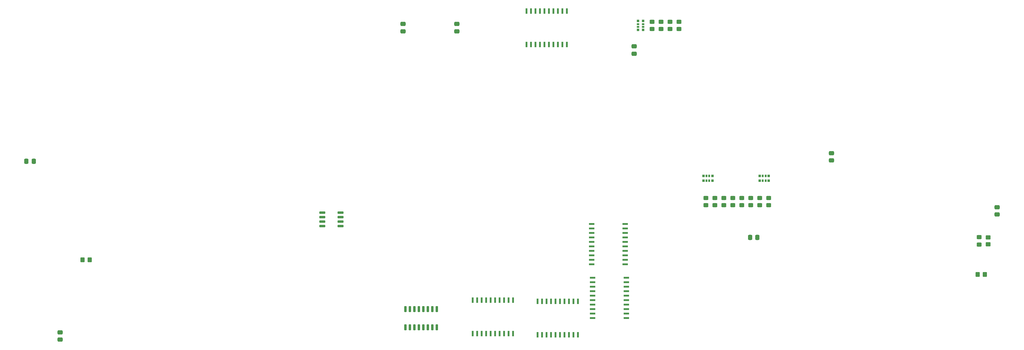
<source format=gbr>
%TF.GenerationSoftware,KiCad,Pcbnew,7.0.11+dfsg-1build4*%
%TF.CreationDate,2025-05-04T19:09:06+02:00*%
%TF.ProjectId,cpu_board_03,6370755f-626f-4617-9264-5f30332e6b69,rev?*%
%TF.SameCoordinates,Original*%
%TF.FileFunction,Paste,Top*%
%TF.FilePolarity,Positive*%
%FSLAX46Y46*%
G04 Gerber Fmt 4.6, Leading zero omitted, Abs format (unit mm)*
G04 Created by KiCad (PCBNEW 7.0.11+dfsg-1build4) date 2025-05-04 19:09:06*
%MOMM*%
%LPD*%
G01*
G04 APERTURE LIST*
G04 Aperture macros list*
%AMRoundRect*
0 Rectangle with rounded corners*
0 $1 Rounding radius*
0 $2 $3 $4 $5 $6 $7 $8 $9 X,Y pos of 4 corners*
0 Add a 4 corners polygon primitive as box body*
4,1,4,$2,$3,$4,$5,$6,$7,$8,$9,$2,$3,0*
0 Add four circle primitives for the rounded corners*
1,1,$1+$1,$2,$3*
1,1,$1+$1,$4,$5*
1,1,$1+$1,$6,$7*
1,1,$1+$1,$8,$9*
0 Add four rect primitives between the rounded corners*
20,1,$1+$1,$2,$3,$4,$5,0*
20,1,$1+$1,$4,$5,$6,$7,0*
20,1,$1+$1,$6,$7,$8,$9,0*
20,1,$1+$1,$8,$9,$2,$3,0*%
G04 Aperture macros list end*
%ADD10R,0.600000X1.500000*%
%ADD11R,1.500000X0.600000*%
%ADD12RoundRect,0.150000X0.150000X-0.725000X0.150000X0.725000X-0.150000X0.725000X-0.150000X-0.725000X0*%
%ADD13RoundRect,0.250000X0.450000X-0.325000X0.450000X0.325000X-0.450000X0.325000X-0.450000X-0.325000X0*%
%ADD14RoundRect,0.150000X-0.725000X-0.150000X0.725000X-0.150000X0.725000X0.150000X-0.725000X0.150000X0*%
%ADD15RoundRect,0.250000X0.475000X-0.337500X0.475000X0.337500X-0.475000X0.337500X-0.475000X-0.337500X0*%
%ADD16R,0.640000X0.700000*%
%ADD17R,0.500000X0.700000*%
%ADD18R,0.700000X0.640000*%
%ADD19R,0.700000X0.500000*%
%ADD20RoundRect,0.250000X0.337500X0.475000X-0.337500X0.475000X-0.337500X-0.475000X0.337500X-0.475000X0*%
%ADD21RoundRect,0.250000X-0.350000X-0.450000X0.350000X-0.450000X0.350000X0.450000X-0.350000X0.450000X0*%
%ADD22RoundRect,0.250000X0.350000X0.450000X-0.350000X0.450000X-0.350000X-0.450000X0.350000X-0.450000X0*%
%ADD23RoundRect,0.250000X-0.337500X-0.475000X0.337500X-0.475000X0.337500X0.475000X-0.337500X0.475000X0*%
%ADD24RoundRect,0.250000X-0.475000X0.337500X-0.475000X-0.337500X0.475000X-0.337500X0.475000X0.337500X0*%
%ADD25RoundRect,0.250000X-0.450000X0.350000X-0.450000X-0.350000X0.450000X-0.350000X0.450000X0.350000X0*%
G04 APERTURE END LIST*
D10*
%TO.C,U11*%
X90170000Y-81610000D03*
X91440000Y-81610000D03*
X92710000Y-81610000D03*
X93980000Y-81610000D03*
X95250000Y-81610000D03*
X96520000Y-81610000D03*
X97790000Y-81610000D03*
X99060000Y-81610000D03*
X100330000Y-81610000D03*
X101600000Y-81610000D03*
X101600000Y-91110000D03*
X100330000Y-91110000D03*
X99060000Y-91110000D03*
X97790000Y-91110000D03*
X96520000Y-91110000D03*
X95250000Y-91110000D03*
X93980000Y-91110000D03*
X92710000Y-91110000D03*
X91440000Y-91110000D03*
X90170000Y-91110000D03*
%TD*%
%TO.C,U10*%
X71755000Y-81280000D03*
X73025000Y-81280000D03*
X74295000Y-81280000D03*
X75565000Y-81280000D03*
X76835000Y-81280000D03*
X78105000Y-81280000D03*
X79375000Y-81280000D03*
X80645000Y-81280000D03*
X81915000Y-81280000D03*
X83185000Y-81280000D03*
X83185000Y-90780000D03*
X81915000Y-90780000D03*
X80645000Y-90780000D03*
X79375000Y-90780000D03*
X78105000Y-90780000D03*
X76835000Y-90780000D03*
X75565000Y-90780000D03*
X74295000Y-90780000D03*
X73025000Y-90780000D03*
X71755000Y-90780000D03*
%TD*%
D11*
%TO.C,U8*%
X115240000Y-74930000D03*
X115240000Y-76200000D03*
X115240000Y-77470000D03*
X115240000Y-78740000D03*
X115240000Y-80010000D03*
X115240000Y-81280000D03*
X115240000Y-82550000D03*
X115240000Y-83820000D03*
X115240000Y-85090000D03*
X115240000Y-86360000D03*
X105740000Y-86360000D03*
X105740000Y-85090000D03*
X105740000Y-83820000D03*
X105740000Y-82550000D03*
X105740000Y-81280000D03*
X105740000Y-80010000D03*
X105740000Y-78740000D03*
X105740000Y-77470000D03*
X105740000Y-76200000D03*
X105740000Y-74930000D03*
%TD*%
%TO.C,U6*%
X114935000Y-59690000D03*
X114935000Y-60960000D03*
X114935000Y-62230000D03*
X114935000Y-63500000D03*
X114935000Y-64770000D03*
X114935000Y-66040000D03*
X114935000Y-67310000D03*
X114935000Y-68580000D03*
X114935000Y-69850000D03*
X114935000Y-71120000D03*
X105435000Y-71120000D03*
X105435000Y-69850000D03*
X105435000Y-68580000D03*
X105435000Y-67310000D03*
X105435000Y-66040000D03*
X105435000Y-64770000D03*
X105435000Y-63500000D03*
X105435000Y-62230000D03*
X105435000Y-60960000D03*
X105435000Y-59690000D03*
%TD*%
D12*
%TO.C,U5*%
X52705000Y-88970000D03*
X53975000Y-88970000D03*
X55245000Y-88970000D03*
X56515000Y-88970000D03*
X57785000Y-88970000D03*
X59055000Y-88970000D03*
X60325000Y-88970000D03*
X61595000Y-88970000D03*
X61595000Y-83820000D03*
X60325000Y-83820000D03*
X59055000Y-83820000D03*
X57785000Y-83820000D03*
X56515000Y-83820000D03*
X55245000Y-83820000D03*
X53975000Y-83820000D03*
X52705000Y-83820000D03*
%TD*%
D10*
%TO.C,C3*%
X86995000Y-8792500D03*
X88265000Y-8792500D03*
X89535000Y-8792500D03*
X90805000Y-8792500D03*
X92075000Y-8792500D03*
X93345000Y-8792500D03*
X94615000Y-8792500D03*
X95885000Y-8792500D03*
X97155000Y-8792500D03*
X98425000Y-8792500D03*
X98425000Y707500D03*
X97155000Y707500D03*
X95885000Y707500D03*
X94615000Y707500D03*
X93345000Y707500D03*
X92075000Y707500D03*
X90805000Y707500D03*
X89535000Y707500D03*
X88265000Y707500D03*
X86995000Y707500D03*
%TD*%
D13*
%TO.C,D9*%
X122555000Y-2395000D03*
X122555000Y-4445000D03*
%TD*%
D14*
%TO.C,U9*%
X34360000Y-56515000D03*
X34360000Y-57785000D03*
X34360000Y-59055000D03*
X34360000Y-60325000D03*
X29210000Y-60325000D03*
X29210000Y-59055000D03*
X29210000Y-57785000D03*
X29210000Y-56515000D03*
%TD*%
D13*
%TO.C,D11*%
X127635000Y-2395000D03*
X127635000Y-4445000D03*
%TD*%
%TO.C,D6*%
X142875000Y-52315000D03*
X142875000Y-54365000D03*
%TD*%
D15*
%TO.C,C14*%
X173355000Y-39602500D03*
X173355000Y-41677500D03*
%TD*%
D16*
%TO.C,RN2*%
X139635000Y-47445000D03*
D17*
X138765000Y-47445000D03*
X137965000Y-47445000D03*
D16*
X137095000Y-47445000D03*
X137095000Y-46045000D03*
D17*
X137965000Y-46045000D03*
X138765000Y-46045000D03*
D16*
X139635000Y-46045000D03*
%TD*%
D13*
%TO.C,D10*%
X125095000Y-2395000D03*
X125095000Y-4445000D03*
%TD*%
D18*
%TO.C,RN3*%
X118615000Y-4700000D03*
D19*
X118615000Y-3830000D03*
X118615000Y-3030000D03*
D18*
X118615000Y-2160000D03*
X120015000Y-2160000D03*
D19*
X120015000Y-3030000D03*
X120015000Y-3830000D03*
D18*
X120015000Y-4700000D03*
%TD*%
D13*
%TO.C,D12*%
X130175000Y-2395000D03*
X130175000Y-4445000D03*
%TD*%
%TO.C,D7*%
X140335000Y-52315000D03*
X140335000Y-54365000D03*
%TD*%
D15*
%TO.C,C5*%
X52070000Y-3005000D03*
X52070000Y-5080000D03*
%TD*%
D20*
%TO.C,C10*%
X-54610000Y-41910000D03*
X-52535000Y-41910000D03*
%TD*%
D16*
%TO.C,RN1*%
X155575000Y-47445000D03*
D17*
X154705000Y-47445000D03*
X153905000Y-47445000D03*
D16*
X153035000Y-47445000D03*
X153035000Y-46045000D03*
D17*
X153905000Y-46045000D03*
X154705000Y-46045000D03*
D16*
X155575000Y-46045000D03*
%TD*%
D15*
%TO.C,C4*%
X117475000Y-9355000D03*
X117475000Y-11430000D03*
%TD*%
%TO.C,C9*%
X220230000Y-54955000D03*
X220230000Y-57030000D03*
%TD*%
%TO.C,C6*%
X67310000Y-3005000D03*
X67310000Y-5080000D03*
%TD*%
D21*
%TO.C,R4*%
X-36735000Y-69850000D03*
X-38735000Y-69850000D03*
%TD*%
D22*
%TO.C,R1*%
X214785000Y-74005000D03*
X216785000Y-74005000D03*
%TD*%
D23*
%TO.C,C8*%
X152400000Y-63500000D03*
X150325000Y-63500000D03*
%TD*%
D13*
%TO.C,D2*%
X153035000Y-52315000D03*
X153035000Y-54365000D03*
%TD*%
D24*
%TO.C,C7*%
X-45085000Y-92477500D03*
X-45085000Y-90402500D03*
%TD*%
D13*
%TO.C,D3*%
X150495000Y-52315000D03*
X150495000Y-54365000D03*
%TD*%
%TO.C,D8*%
X137795000Y-52315000D03*
X137795000Y-54365000D03*
%TD*%
%TO.C,D1*%
X155575000Y-52315000D03*
X155575000Y-54365000D03*
%TD*%
D25*
%TO.C,R2*%
X217690000Y-65480000D03*
X217690000Y-63480000D03*
%TD*%
D13*
%TO.C,D13*%
X215150000Y-63455000D03*
X215150000Y-65505000D03*
%TD*%
%TO.C,D5*%
X145415000Y-52315000D03*
X145415000Y-54365000D03*
%TD*%
%TO.C,D4*%
X147955000Y-52315000D03*
X147955000Y-54365000D03*
%TD*%
M02*

</source>
